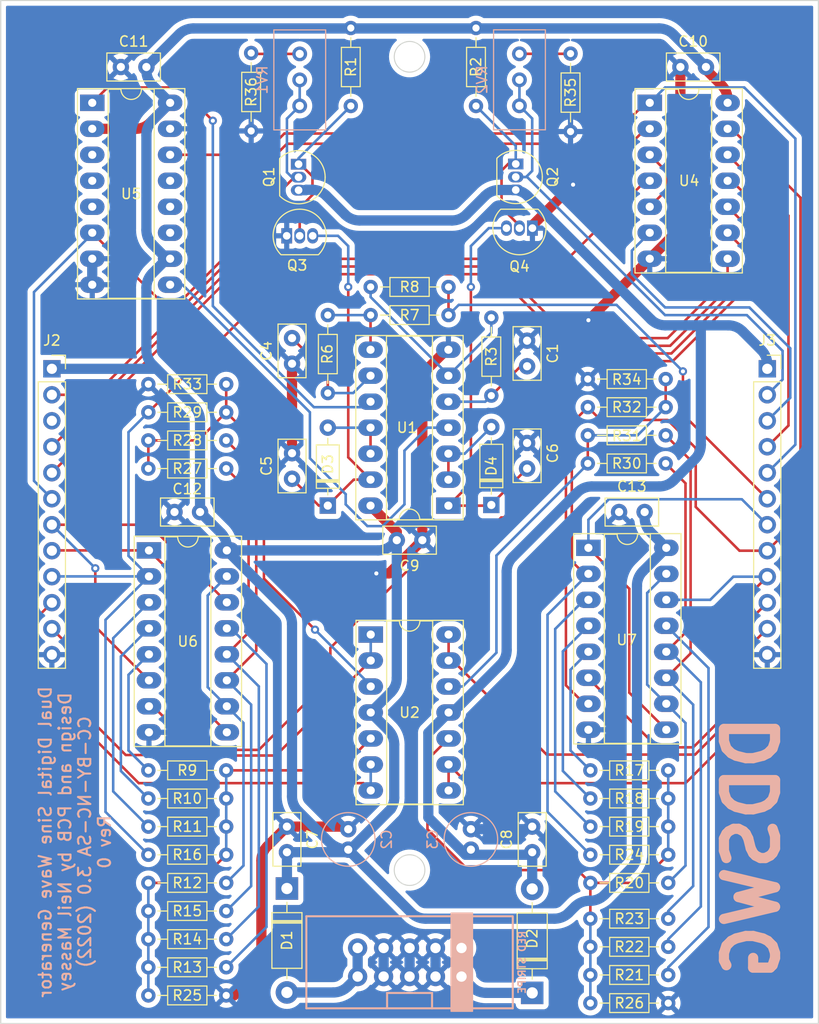
<source format=kicad_pcb>
(kicad_pcb (version 20211014) (generator pcbnew)
  (layers (0 "F.Cu" signal) (31 "B.Cu" signal) (34 "B.Paste" user) (35 "F.Paste" user) (36 "B.SilkS" user "B.Silkscreen") (37 "F.SilkS" user "F.Silkscreen") (38 "B.Mask" user) (39 "F.Mask" user) (44 "Edge.Cuts" user))
  (net 0 "")
  (net 1 "Net-(C1-Pad2)")
  (net 2 "12v")
  (net 3 "-12v")
  (net 4 "Net-(C4-Pad2)")
  (net 5 "Net-(C5-Pad2)")
  (net 6 "Net-(C6-Pad2)")
  (net 7 "Net-(D1-Pad2)")
  (net 8 "Net-(D2-Pad1)")
  (net 9 "Net-(D3-Pad2)")
  (net 10 "Net-(D4-Pad2)")
  (net 11 "Osc1")
  (net 12 "Sin1")
  (net 13 "Rung1")
  (net 14 "QA8")
  (net 15 "RM")
  (net 16 "Clk1")
  (net 17 "Rst1")
  (net 18 "D1")
  (net 19 "CV1")
  (net 20 "Osc2")
  (net 21 "Sin2")
  (net 22 "Rung2")
  (net 23 "QB8")
  (net 24 "Osc3")
  (net 25 "Clk2")
  (net 26 "Rst2")
  (net 27 "D2")
  (net 28 "CV2")
  (net 29 "Osc3sw")
  (net 30 "Net-(Q1-Pad1)")
  (net 31 "Net-(Q2-Pad1)")
  (net 32 "Net-(R3-Pad2)")
  (net 33 "Net-(R6-Pad2)")
  (net 34 "QA1")
  (net 35 "Net-(R10-Pad2)")
  (net 36 "QA2")
  (net 37 "QA3")
  (net 38 "QA4")
  (net 39 "QA5")
  (net 40 "QA6")
  (net 41 "QA7")
  (net 42 "QB1")
  (net 43 "Net-(R17-Pad2)")
  (net 44 "QB2")
  (net 45 "QB3")
  (net 46 "QB4")
  (net 47 "QB5")
  (net 48 "QB6")
  (net 49 "QB7")
  (net 50 "Net-(R27-Pad2)")
  (net 51 "Net-(R30-Pad2)")
  (net 53 "Net-(R36-Pad1)")
  (net 54 "O1")
  (net 55 "O2")
  (net 56 "Net-(U4-Pad3)")
  (net 57 "Net-(U4-Pad10)")
  (net 64 "Net-(R35-Pad1)")
  (net 65 "Net-(U4-Pad11)")
  (net 66 "GND")
  (footprint "Resistor_THT:R_Axial_DIN0204_L3.6mm_D1.6mm_P7.62mm_Horizontal" (layer "F.Cu") (at 65.31 89.75 180)
    (fp_text reference "R23")
    (fp_text value "220k")
  )
  (footprint "Capacitor_THT:C_Disc_D5.0mm_W2.5mm_P2.50mm" (layer "F.Cu") (at 19.5 50 180)
    (fp_text reference "C12")
    (fp_text value "100nF")
  )
  (footprint "Connector_PinSocket_2.54mm:PinSocket_1x12_P2.54mm_Vertical" (layer "F.Cu") (at 75 36)
    (fp_text reference "J3")
    (fp_text value "Osc2_Socket")
  )
  (footprint "Resistor_THT:R_Axial_DIN0204_L3.6mm_D1.6mm_P7.62mm_Horizontal" (layer "F.Cu") (at 14.44 40.25)
    (fp_text reference "R29")
    (fp_text value "22k")
  )
  (footprint "Resistor_THT:R_Axial_DIN0204_L3.6mm_D1.6mm_P7.62mm_Horizontal" (layer "F.Cu") (at 34.25 2.69 -90)
    (fp_text reference "R1")
    (fp_text value "2.2M")
  )
  (footprint "Resistor_THT:R_Axial_DIN0204_L3.6mm_D1.6mm_P7.62mm_Horizontal" (layer "F.Cu") (at 57.44 37)
    (fp_text reference "R34")
    (fp_text value "100k")
  )
  (footprint "Resistor_THT:R_Axial_DIN0204_L3.6mm_D1.6mm_P7.62mm_Horizontal" (layer "F.Cu") (at 65.06 42.5 180)
    (fp_text reference "R31")
    (fp_text value "47k")
  )
  (footprint "Resistor_THT:R_Axial_DIN0204_L3.6mm_D1.6mm_P7.62mm_Horizontal" (layer "F.Cu") (at 65.31 98 180)
    (fp_text reference "R26")
    (fp_text value "100k")
  )
  (footprint "Resistor_THT:R_Axial_DIN0204_L3.6mm_D1.6mm_P7.62mm_Horizontal" (layer "F.Cu") (at 22.06 91.75 180)
    (fp_text reference "R14")
    (fp_text value "150k")
  )
  (footprint "Capacitor_THT:C_Disc_D5.0mm_W2.5mm_P2.50mm" (layer "F.Cu") (at 28.5 35.5 90)
    (fp_text reference "C4")
    (fp_text value "10nF")
  )
  (footprint "Capacitor_THT:C_Disc_D5.0mm_W2.5mm_P2.50mm" (layer "F.Cu") (at 52 80.75 -90)
    (fp_text reference "C8")
    (fp_text value "100nF")
  )
  (footprint "Resistor_THT:R_Axial_DIN0204_L3.6mm_D1.6mm_P7.62mm_Horizontal" (layer "F.Cu") (at 14.44 37.5)
    (fp_text reference "R33")
    (fp_text value "100k")
  )
  (footprint "Package_DIP:DIP-16_W7.62mm_Socket_LongPads" (layer "F.Cu") (at 14.5 53.75)
    (fp_text reference "U6")
    (fp_text value "4015")
  )
  (footprint "Diode_THT:D_DO-35_SOD27_P7.62mm_Horizontal" (layer "F.Cu") (at 32 49.37 90)
    (fp_text reference "D3")
    (fp_text value "1N4148")
  )
  (footprint "Package_TO_SOT_THT:TO-92_Inline" (layer "F.Cu") (at 52.02 22.25 180)
    (fp_text reference "Q4")
    (fp_text value "2N3904")
  )
  (footprint "Diode_THT:D_DO-41_SOD81_P10.16mm_Horizontal" (layer "F.Cu") (at 28 86.8 -90)
    (fp_text reference "D1")
    (fp_text value "1N4001")
  )
  (footprint "Resistor_THT:R_Axial_DIN0204_L3.6mm_D1.6mm_P7.62mm_Horizontal" (layer "F.Cu") (at 22.06 86.25 180)
    (fp_text reference "R12")
    (fp_text value "150k")
  )
  (footprint "Resistor_THT:R_Axial_DIN0204_L3.6mm_D1.6mm_P7.62mm_Horizontal" (layer "F.Cu") (at 57.69 80.75)
    (fp_text reference "R19")
    (fp_text value "220k")
  )
  (footprint "Package_DIP:DIP-16_W7.62mm_Socket_LongPads" (layer "F.Cu") (at 8.95 10)
    (fp_text reference "U5")
    (fp_text value "4520")
  )
  (footprint "Capacitor_THT:C_Disc_D5.0mm_W2.5mm_P2.50mm" (layer "F.Cu") (at 51.5 33.25 -90)
    (fp_text reference "C1")
    (fp_text value "10nF")
  )
  (footprint "Resistor_THT:R_Axial_DIN0204_L3.6mm_D1.6mm_P7.62mm_Horizontal" (layer "F.Cu") (at 65.31 95.25 180)
    (fp_text reference "R21")
    (fp_text value "100k")
  )
  (footprint "Resistor_THT:R_Axial_DIN0204_L3.6mm_D1.6mm_P7.62mm_Horizontal" (layer "F.Cu") (at 24.5 5.13 -90)
    (fp_text reference "R36")
    (fp_text value "1.5k")
  )
  (footprint "Resistor_THT:R_Axial_DIN0204_L3.6mm_D1.6mm_P7.62mm_Horizontal" (layer "F.Cu") (at 46.5 2.69 -90)
    (fp_text reference "R2")
    (fp_text value "2.2M")
  )
  (footprint "Capacitor_THT:C_Disc_D5.0mm_W2.5mm_P2.50mm" (layer "F.Cu") (at 51.5 43.25 -90)
    (fp_text reference "C6")
    (fp_text value "10nf")
  )
  (footprint "Resistor_THT:R_Axial_DIN0204_L3.6mm_D1.6mm_P7.62mm_Horizontal" (layer "F.Cu") (at 65.31 92.5 180)
    (fp_text reference "R22")
    (fp_text value "150k")
  )
  (footprint "Resistor_THT:R_Axial_DIN0204_L3.6mm_D1.6mm_P7.62mm_Horizontal" (layer "F.Cu") (at 48 38.62 90)
    (fp_text reference "R3")
    (fp_text value "1Meg")
  )
  (footprint "Resistor_THT:R_Axial_DIN0204_L3.6mm_D1.6mm_P7.62mm_Horizontal" (layer "F.Cu") (at 14.44 80.75)
    (fp_text reference "R11")
    (fp_text value "220k")
  )
  (footprint "Diode_THT:D_DO-41_SOD81_P10.16mm_Horizontal" (layer "F.Cu") (at 52 97 90)
    (fp_text reference "D2")
    (fp_text value "1N4001")
  )
  (footprint "Resistor_THT:R_Axial_DIN0204_L3.6mm_D1.6mm_P7.62mm_Horizontal" (layer "F.Cu") (at 65.06 45.25 180)
    (fp_text reference "R30")
    (fp_text value "100k")
  )
  (footprint "Package_DIP:DIP-14_W7.62mm_Socket_LongPads" (layer "F.Cu") (at 43.8 49.375 180)
    (fp_text reference "U1")
    (fp_text value "40106")
  )
  (footprint "Resistor_THT:R_Axial_DIN0204_L3.6mm_D1.6mm_P7.62mm_Horizontal" (layer "F.Cu") (at 57.69 75.25)
    (fp_text reference "R17")
    (fp_text value "470k")
  )
  (footprint "Package_TO_SOT_THT:TO-92_Inline" (layer "F.Cu") (at 50.39 15.98 -90)
    (fp_text reference "Q2")
    (fp_text value "2N3906")
  )
  (footprint "Capacitor_THT:C_Disc_D5.0mm_W2.5mm_P2.50mm" (layer "F.Cu") (at 63 50 180)
    (fp_text reference "C13")
    (fp_text value "100nF")
  )
  (footprint "Resistor_THT:R_Axial_DIN0204_L3.6mm_D1.6mm_P7.62mm_Horizontal" (layer "F.Cu") (at 22.06 97.25 180)
    (fp_text reference "R25")
    (fp_text value "100k")
  )
  (footprint "Package_TO_SOT_THT:TO-92_Inline" (layer "F.Cu") (at 29.14 16 -90)
    (fp_text reference "Q1")
    (fp_text value "2N3906")
  )
  (footprint "Connector_PinSocket_2.54mm:PinSocket_1x12_P2.54mm_Vertical" (layer "F.Cu") (at 5 36)
    (fp_text reference "J2")
    (fp_text value "Osc1_Socket")
  )
  (footprint "Capacitor_THT:C_Disc_D5.0mm_W2.5mm_P2.50mm" (layer "F.Cu") (at 69 6.5 180)
    (fp_text reference "C10")
    (fp_text value "100nF")
  )
  (footprint "Package_TO_SOT_THT:TO-92_Inline" (layer "F.Cu") (at 27.98 23)
    (fp_text reference "Q3")
    (fp_text value "2N3904")
  )
  (footprint "Capacitor_THT:C_Disc_D5.0mm_W2.5mm_P2.50mm" (layer "F.Cu") (at 28 80.75 -90)
    (fp_text reference "C7")
    (fp_text value "100nF")
  )
  (footprint "Package_DIP:DIP-14_W7.62mm_Socket_LongPads" (layer "F.Cu") (at 63.5 10)
    (fp_text reference "U4")
    (fp_text value "4070")
  )
  (footprint "Resistor_THT:R_Axial_DIN0204_L3.6mm_D1.6mm_P7.62mm_Horizontal" (layer "F.Cu") (at 22.06 89 180)
    (fp_text reference "R15")
    (fp_text value "220k")
  )
  (footprint "Resistor_THT:R_Axial_DIN0204_L3.6mm_D1.6mm_P7.62mm_Horizontal" (layer "F.Cu") (at 14.44 78)
    (fp_text reference "R10")
    (fp_text value "330k")
  )
  (footprint "Resistor_THT:R_Axial_DIN0204_L3.6mm_D1.6mm_P7.62mm_Horizontal" (layer "F.Cu") (at 57.69 78)
    (fp_text reference "R18")
    (fp_text value "330k")
  )
  (footprint "Package_DIP:DIP-16_W7.62mm_Socket_LongPads" (layer "F.Cu") (at 57.5 53.5)
    (fp_text reference "U7")
    (fp_text value "4015")
  )
  (footprint "Resistor_THT:R_Axial_DIN0204_L3.6mm_D1.6mm_P7.62mm_Horizontal" (layer "F.Cu") (at 22.06 45.75 180)
    (fp_text reference "R27")
    (fp_text value "100k")
  )
  (footprint "Resistor_THT:R_Axial_DIN0204_L3.6mm_D1.6mm_P7.62mm_Horizontal" (layer "F.Cu") (at 55.75 5.19 -90)
    (fp_text reference "R35")
    (fp_text value "1.5k")
  )
  (footprint "Resistor_THT:R_Axial_DIN0204_L3.6mm_D1.6mm_P7.62mm_Horizontal" (layer "F.Cu") (at 22.06 43 180)
    (fp_text reference "R28")
    (fp_text value "47k")
  )
  (footprint "Diode_THT:D_DO-35_SOD27_P7.62mm_Horizontal" (layer "F.Cu") (at 48 49.31 90)
    (fp_text reference "D4")
    (fp_text value "1N4148")
  )
  (footprint "Resistor_THT:R_Axial_DIN0204_L3.6mm_D1.6mm_P7.62mm_Horizontal" (layer "F.Cu") (at 14.44 75.25)
    (fp_text reference "R9")
    (fp_text value "470k")
  )
  (footprint "Resistor_THT:R_Axial_DIN0204_L3.6mm_D1.6mm_P7.62mm_Horizontal" (layer "F.Cu") (at 14.44 83.5)
    (fp_text reference "R16")
    (fp_text value "330k")
  )
  (footprint "Capacitor_THT:C_Disc_D5.0mm_W2.5mm_P2.50mm" (layer "F.Cu") (at 28.5 44.25 -90)
    (fp_text reference "C5")
    (fp_text value "10nF")
  )
  (footprint "Capacitor_THT:C_Disc_D5.0mm_W2.5mm_P2.50mm" (layer "F.Cu") (at 38.75 52.75)
    (fp_text reference "C9")
    (fp_text value "100nF")
  )
  (footprint "Resistor_THT:R_Axial_DIN0204_L3.6mm_D1.6mm_P7.62mm_Horizontal" (layer "F.Cu") (at 32 38.37 90)
    (fp_text reference "R6")
    (fp_text value "330k")
  )
  (footprint "Resistor_THT:R_Axial_DIN0204_L3.6mm_D1.6mm_P7.62mm_Horizontal" (layer "F.Cu") (at 36.19 28)
    (fp_text reference "R8")
    (fp_text value "100k")
  )
  (footprint "Resistor_THT:R_Axial_DIN0204_L3.6mm_D1.6mm_P7.62mm_Horizontal" (layer "F.Cu") (at 57.44 39.75)
    (fp_text reference "R32")
    (fp_text value "22k")
  )
  (footprint "Capacitor_THT:C_Disc_D5.0mm_W2.5mm_P2.50mm" (layer "F.Cu") (at 14.25 6.5 180)
    (fp_text reference "C11")
    (fp_text value "100nF")
  )
  (footprint "Resistor_THT:R_Axial_DIN0204_L3.6mm_D1.6mm_P7.62mm_Horizontal" (layer "F.Cu") (at 57.69 83.5)
    (fp_text reference "R24")
    (fp_text value "330k")
  )
  (footprint "Package_DIP:DIP-14_W7.62mm_Socket_LongPads" (layer "F.Cu") (at 36.2 61.975)
    (fp_text reference "U2")
    (fp_text value "TL074")
  )
  (footprint "Resistor_THT:R_Axial_DIN0204_L3.6mm_D1.6mm_P7.62mm_Horizontal" (layer "F.Cu") (at 65.31 86.25 180)
    (fp_text reference "R20")
    (fp_text value "150k")
  )
  (footprint "Resistor_THT:R_Axial_DIN0204_L3.6mm_D1.6mm_P7.62mm_Horizontal" (layer "F.Cu") (at 36.19 30.75)
    (fp_text reference "R7")
    (fp_text value "100k")
  )
  (footprint "Resistor_THT:R_Axial_DIN0204_L3.6mm_D1.6mm_P7.62mm_Horizontal" (layer "F.Cu") (at 22.06 94.5 180)
    (fp_text reference "R13")
    (fp_text value "100k")
  )
  (footprint "Capacitor_THT:C_Radial_D5.0mm_H11.0mm_P2.00mm" (layer "B.Cu") (at 34 83 90)
    (fp_text reference "C2")
    (fp_text value "10uF")
  )
  (footprint "Potentiometer_THT:Potentiometer_Bourns_3296W_Vertical" (layer "B.Cu") (at 50.75 10.29 -90)
    (fp_text reference "RV2")
    (fp_text value "1k")
  )
  (footprint "Potentiometer_THT:Potentiometer_Bourns_3296W_Vertical" (layer "B.Cu") (at 29.25 10.3 -90)
    (fp_text reference "RV1")
    (fp_text value "1k")
  )
  (footprint "Capacitor_THT:C_Radial_D5.0mm_H11.0mm_P2.00mm" (layer "B.Cu") (at 46 81 -90)
    (fp_text reference "C3")
    (fp_text value "10uF")
  )
  (footprint "winterbloom:Eurorack_Power_2x5_Shrouded" (layer "B.Cu") (at 45.08 95.407 180)
    (fp_text reference "J1" hide)
    (fp_text value "Eurorack_Power" hide)
  )
  (gr_circle (center 40 85) (end 38.5 85) (layer "Edge.Cuts") (width 0.1) (fill none))
  (gr_circle (center 40 5.5) (end 41.5 5.5) (layer "Edge.Cuts") (width 0.1) (fill none))
  (gr_rect (start 0 0) (end 80 100) (layer "Edge.Cuts") (width 0.1) (fill none))
  (gr_text "DDSWG" (at 73.5 82.75 90) (layer "B.SilkS") (effects (font (size 5 5) (thickness 1)) (justify mirror)))
  (gr_text "Dual Digital Sine Wave Generator\nDesign and PCB by Neil Massey\nCC-BY-NC-SA 3.0 (2022)\nRev 0" (at 7.25 82.25 90) (layer "B.SilkS") (effects (font (size 1.2 1.2) (thickness 0.2)) (justify mirror)))
  (segment (start 50.87 35.75) (end 51.5 35.75) (width 0.25) (layer "F.Cu") (net 1))
  (segment (start 48 38.62) (end 50.87 35.75) (width 0.25) (layer "F.Cu") (net 1))
  (segment (start 43.8 39.215) (end 47.405 39.215) (width 0.25) (layer "B.Cu") (net 1))
  (segment (start 47.405 39.215) (end 48 38.62) (width 0.25) (layer "B.Cu") (net 1))
  (segment (start 13.201573 12.54) (end 8.95 12.54) (width 1) (layer "F.Cu") (net 2))
  (segment (start 16.57 10) (end 14.615786 11.954214) (width 1) (layer "F.Cu") (net 2))
  (segment (start 38.75 51.945) (end 36.18 49.375) (width 1) (layer "F.Cu") (net 2))
  (segment (start 68.75 6.5) (end 70.534214 8.284214) (width 1) (layer "F.Cu") (net 2))
  (segment (start 38.75 52.75) (end 38.75 51.945) (width 1) (layer "F.Cu") (net 2))
  (segment (start 71.12 9.698427) (end 71.12 10) (width 1) (layer "F.Cu") (net 2))
  (segment (start 69 6.5) (end 68.75 6.5) (width 1) (layer "F.Cu") (net 2))
  (arc (start 13.201573 12.54) (mid 13.96694 12.387759) (end 14.615786 11.954214) (width 1) (layer "F.Cu") (net 2))
  (arc (start 71.12 9.698427) (mid 70.967759 8.93306) (end 70.534214 8.284214) (width 1) (layer "F.Cu") (net 2))
  (segment (start 14.835787 8.265787) (end 16.57 10) (width 1) (layer "B.Cu") (net 2))
  (segment (start 41.578427 89.75) (end 54.171573 89.75) (width 1) (layer "B.Cu") (net 2))
  (segment (start 16.57 25.24) (end 16.24 25.24) (width 1) (layer "B.Cu") (net 2))
  (segment (start 14.25 34.171573) (end 14.25 28.078427) (width 1) (layer "B.Cu") (net 2))
  (segment (start 21.534213 52.034213) (end 19.5 50) (width 1) (layer "B.Cu") (net 2))
  (segment (start 63 50.551573) (end 63 50) (width 1) (layer "B.Cu") (net 2))
  (segment (start 34.25 82.94875) (end 38.164795 79.033955) (width 1) (layer "B.Cu") (net 2))
  (segment (start 38.5 77.921573) (end 38.5 72.723427) (width 1) (layer "B.Cu") (net 2))
  (segment (start 33.75 83.25) (end 34 83) (width 1) (layer "B.Cu") (net 2))
  (segment (start 28.5 77.802943) (end 28.5 60.958427) (width 1) (layer "B.Cu") (net 2))
  (segment (start 34 83) (end 40.164214 89.164214) (width 1) (layer "B.Cu") (net 2))
  (segment (start 14.25 22.421573) (end 14.25 13.148427) (width 1) (layer "B.Cu") (net 2))
  (segment (start 34 83) (end 34.25 83) (width 1) (layer "B.Cu") (net 2))
  (segment (start 18.914213 39.664213) (end 15.25 36) (width 1) (layer "B.Cu") (net 2))
  (segment (start 65.12 53.5) (end 63.585786 51.965786) (width 1) (layer "B.Cu") (net 2))
  (segment (start 14.835787 11.734213) (end 16.57 10) (width 1) (layer "B.Cu") (net 2))
  (segment (start 16.26 25.24) (end 16.57 25.24) (width 1) (layer "B.Cu") (net 2))
  (segment (start 37.914213 71.309213) (end 36.2 69.595) (width 1) (layer "B.Cu") (net 2))
  (segment (start 14.25 6.5) (end 14.25 6.851573) (width 1) (layer "B.Cu") (net 2))
  (segment (start 62.25 83.421573) (end 62.25 57.198427) (width 1) (layer "B.Cu") (net 2))
  (segment (start 18.847938 2.730489) (end 64.402062 2.730489) (width 1) (layer "B.Cu") (net 2))
  (segment (start 65.816276 3.316276) (end 69 6.5) (width 1) (layer "B.Cu") (net 2))
  (segment (start 38.75 66.216573) (end 38.75 52.75) (width 1) (layer "B.Cu") (net 2))
  (segment (start 34.25 83) (end 34.25 82.94875) (width 1) (layer "B.Cu") (net 2))
  (segment (start 22.12 53.75) (end 36.921573 53.75) (width 1) (layer "B.Cu") (net 2))
  (segment (start 32.068632 82.200002) (end 29.085786 79.217156) (width 1) (layer "B.Cu") (net 2))
  (segment (start 16.24 25.24) (end 14.835786 23.835786) (width 1) (layer "B.Cu") (net 2))
  (segment (start 15.25 36) (end 14.835786 35.585786) (width 1) (layer "B.Cu") (net 2))
  (segment (start 38.335787 53.164213) (end 38.75 52.75) (width 1) (layer "B.Cu") (net 2))
  (segment (start 28 86.8) (end 28 83.25) (width 1) (layer "B.Cu") (net 2))
  (segment (start 55.585787 89.164213) (end 56.164214 88.585786) (width 1) (layer "B.Cu") (net 2))
  (segment (start 62.835787 55.784213) (end 65.12 53.5) (width 1) (layer "B.Cu") (net 2))
  (segment (start 22.12 53.75) (end 22.12 53.448427) (width 1) (layer "B.Cu") (net 2))
  (segment (start 14.25 6.5) (end 17.433725 3.316275) (width 1) (layer "B.Cu") (net 2))
  (segment (start 15.25 36) (end 5 36) (width 1) (layer "B.Cu") (net 2))
  (segment (start 14.835787 26.664213) (end 16.26 25.24) (width 1) (layer "B.Cu") (net 2))
  (segment (start 59.085787 87.414213) (end 61.664214 84.835786) (width 1) (layer "B.Cu") (net 2))
  (segment (start 27.914213 59.544213) (end 22.12 53.75) (width 1) (layer "B.Cu") (net 2))
  (segment (start 28 83.25) (end 33.75 83.25) (width 1) (layer "B.Cu") (net 2))
  (segment (start 57.578427 88) (end 57.671573 88) (width 1) (layer "B.Cu") (net 2))
  (segment (start 36.2 69.595) (end 38.164214 67.630786) (width 1) (layer "B.Cu") (net 2))
  (segment (start 19.5 50) (end 19.5 41.078427) (width 1) (layer "B.Cu") (net 2))
  (arc (start 14.25 34.171573) (mid 14.402241 34.93694) (end 14.835786 35.585786) (width 1) (layer "B.Cu") (net 2))
  (arc (start 28.5 77.802943) (mid 28.652241 78.56831) (end 29.085786 79.217156) (width 1) (layer "B.Cu") (net 2))
  (arc (start 61.664214 84.835786) (mid 62.097759 84.18694) (end 62.25 83.421573) (width 1) (layer "B.Cu") (net 2))
  (arc (start 38.5 72.723427) (mid 38.347759 71.95806) (end 37.914213 71.309213) (width 1) (layer "B.Cu") (net 2))
  (arc (start 38.164795 79.033955) (mid 38.413888 78.502146) (end 38.5 77.921573) (width 1) (layer "B.Cu") (net 2))
  (arc (start 22.12 53.448427) (mid 21.967759 52.68306) (end 21.534213 52.034213) (width 1) (layer "B.Cu") (net 2))
  (arc (start 62.25 57.198427) (mid 62.402241 56.43306) (end 62.835787 55.784213) (width 1) (layer "B.Cu") (net 2))
  (arc (start 40.164214 89.164214) (mid 40.813055 89.597768) (end 41.578427 89.75) (width 1) (layer "B.Cu") (net 2))
  (arc (start 57.671573 88) (mid 58.43694 87.847759) (end 59.085787 87.414213) (width 1) (layer "B.Cu") (net 2))
  (arc (start 17.433725 3.316275) (mid 18.082571 2.88273) (end 18.847938 2.730489) (width 1) (layer "B.Cu") (net 2))
  (arc (start 19.5 41.078427) (mid 19.347759 40.31306) (end 18.914213 39.664213) (width 1) (layer "B.Cu") (net 2))
  (arc (start 34 83) (mid 32.95475 82.792087) (end 32.068632 82.200002) (width 1) (layer "B.Cu") (net 2))
  (arc (start 14.835786 23.835786) (mid 14.402241 23.18694) (end 14.25 22.421573) (width 1) (layer "B.Cu") (net 2))
  (arc (start 27.914213 59.544213) (mid 28.347759 60.19306) (end 28.5 60.958427) (width 1) (layer "B.Cu") (net 2))
  (arc (start 56.164214 88.585786) (mid 56.81306 88.152241) (end 57.578427 88) (width 1) (layer "B.Cu") (net 2))
  (arc (start 63.585786 51.965786) (mid 63.152241 51.31694) (end 63 50.551573) (width 1) (layer "B.Cu") (net 2))
  (arc (start 14.835787 26.664213) (mid 14.402241 27.31306) (end 14.25 28.078427) (width 1) (layer "B.Cu") (net 2))
  (arc (start 64.402062 2.730489) (mid 65.167429 2.88273) (end 65.816276 3.316276) (width 1) (layer "B.Cu") (net 2))
  (arc (start 14.835787 8.265787) (mid 14.402241 7.61694) (end 14.25 6.851573) (width 1) (layer "B.Cu") (net 2))
  (arc (start 14.835787 11.734213) (mid 14.402241 12.38306) (end 14.25 13.148427) (width 1) (layer "B.Cu") (net 2))
  (arc (start 38.335787 53.164213) (mid 37.68694 53.597759) (end 36.921573 53.75) (width 1) (layer "B.Cu") (net 2))
  (arc (start 38.164214 67.630786) (mid 38.597759 66.98194) (end 38.75 66.216573) (width 1) (layer "B.Cu") (net 2))
  (arc (start 54.171573 89.75) (mid 54.93694 89.597759) (end 55.585787 89.164213) (width 1) (layer "B.Cu") (net 2))
  (segment (start 75 35.578427) (end 75 36) (width 1) (layer "B.Cu") (net 3))
  (segment (start 67.914213 44.835787) (end 65.835786 46.914214) (width 1) (layer "B.Cu") (net 3))
  (segment (start 52 83.25) (end 52 86.84) (width 1) (layer "B.Cu") (net 3))
  (segment (start 65.022449 31.75) (end 71.171573 31.75) (width 1) (layer "B.Cu") (net 3))
  (segment (start 44.22 69.595) (end 43.82 69.595) (width 1) (layer "B.Cu") (net 3))
  (segment (start 56.414213 48.085787) (end 50.085786 54.414214) (width 1) (layer "B.Cu") (net 3))
  (segment (start 35.098427 21.5) (end 44.151573 21.5) (width 1) (layer "B.Cu") (net 3))
  (segment (start 31.855787 19.085787) (end 33.684214 20.914214) (width 1) (layer "B.Cu") (net 3))
  (segment (start 45.565787 20.914213) (end 47.374214 19.105786) (width 1) (layer "B.Cu") (net 3))
  (segment (start 51.75 83.5) (end 52 83.25) (width 1) (layer "B.Cu") (net 3))
  (segment (start 29.840874 18.54) (end 29.880874 18.5) (width 1) (layer "B.Cu") (net 3))
  (segment (start 64.421573 47.5) (end 57.828427 47.5) (width 1) (layer "B.Cu") (net 3))
  (segment (start 41.835205 71.579795) (end 41.835205 79.854227) (width 1) (layer "B.Cu") (net 3))
  (segment (start 43.82 69.595) (end 41.835205 71.579795) (width 1) (layer "B.Cu") (net 3))
  (segment (start 41.835205 79.854227) (end 45.480978 83.5) (width 1) (layer "B.Cu") (net 3))
  (segment (start 48.914213 64.900787) (end 44.22 69.595) (width 1) (layer "B.Cu") (net 3))
  (segment (start 29.14 18.54) (end 29.840874 18.54) (width 1) (layer "B.Cu") (net 3))
  (segment (start 72.585787 32.335787) (end 74.414214 34.164214) (width 1) (layer "B.Cu") (net 3))
  (segment (start 29.880874 18.5) (end 30.441573 18.5) (width 1) (layer "B.Cu") (net 3))
  (segment (start 68.5 31.75) (end 68.5 43.421573) (width 1) (layer "B.Cu") (net 3))
  (segment (start 48.788427 18.52) (end 50.135595 18.52) (width 1) (layer "B.Cu") (net 3))
  (segment (start 45.480978 83.5) (end 51.75 83.5) (width 1) (layer "B.Cu") (net 3))
  (segment (start 51.549809 19.105787) (end 63.608236 31.164214) (width 1) (layer "B.Cu") (net 3))
  (segment (start 49.5 55.828427) (end 49.5 63.486573) (width 1) (layer "B.Cu") (net 3))
  (arc (start 49.5 63.486573) (mid 49.347759 64.25194) (end 48.914213 64.900787) (width 1) (layer "B.Cu") (net 3))
  (arc (start 68.5 43.421573) (mid 68.347759 44.18694) (end 67.914213 44.835787) (width 1) (layer "B.Cu") (net 3))
  (arc (start 56.414213 48.085787) (mid 57.06306 47.652241) (end 57.828427 47.5) (width 1) (layer "B.Cu") (net 3))
  (arc (start 63.608236 31.164214) (mid 64.257082 31.597759) (end 65.022449 31.75) (width 1) (layer "B.Cu") (net 3))
  (arc (start 50.135595 18.52) (mid 50.900962 18.672241) (end 51.549809 19.105787) (width 1) (layer "B.Cu") (net 3))
  (arc (start 30.441573 18.5) (mid 31.20694 18.652241) (end 31.855787 19.085787) (width 1) (layer "B.Cu") (net 3))
  (arc (start 64.421573 47.5) (mid 65.18694 47.347759) (end 65.835786 46.914214) (width 1) (layer "B.Cu") (net 3))
  (arc (start 35.098427 21.5) (mid 34.33306 21.347759) (end 33.684214 20.914214) (width 1) (layer "B.Cu") (net 3))
  (arc (start 74.414214 34.164214) (mid 74.847759 34.81306) (end 75 35.578427) (width 1) (layer "B.Cu") (net 3))
  (arc (start 49.5 55.828427) (mid 49.652241 55.06306) (end 50.085786 54.414214) (width 1) (layer "B.Cu") (net 3))
  (arc (start 48.788427 18.52) (mid 48.02306 18.672241) (end 47.374214 19.105786) (width 1) (layer "B.Cu") (net 3))
  (arc (start 44.151573 21.5) (mid 44.91694 21.347759) (end 45.565787 20.914213) (width 1) (layer "B.Cu") (net 3))
  (arc (start 72.585787 32.335787) (mid 71.93694 31.902241) (end 71.171573 31.75) (width 1) (layer "B.Cu") (net 3))
  (segment (start 32 36.5) (end 28.5 33) (width 0.25) (layer "F.Cu") (net 4))
  (segment (start 32 38.37) (end 32 36.5) (width 0.25) (layer "F.Cu") (net 4))
  (segment (start 34.485 38.37) (end 36.18 36.675) (width 0.25) (layer "B.Cu") (net 4))
  (segment (start 32 38.37) (end 34.485 38.37) (width 0.25) (layer "B.Cu") (net 4))
  (segment (start 32 49.37) (end 31.12 49.37) (width 0.25) (layer "F.Cu") (net 5))
  (segment (start 34.535 46.835) (end 32 49.37) (width 0.25) (layer "F.Cu") (net 5))
  (segment (start 34 44.655) (end 34 28) (width 0.25) (layer "F.Cu") (net 5))
  (segment (start 36.18 46.835) (end 34 44.655) (width 0.25) (layer "F.Cu") (net 5))
  (segment (start 31.12 49.37) (end 28.5 46.75) (width 0.25) (layer "F.Cu") (net 5))
  (segment (start 36.18 46.835) (end 34.535 46.835) (width 0.25) (layer "F.Cu") (net 5))
  (via (at 34 28) (size 0.8) (drill 0.4) (layers "F.Cu" "B.Cu") (net 5))
  (segment (start 33 23) (end 30.52 23) (width 0.25) (layer "B.Cu") (net 5))
  (segment (start 34 24) (end 34 28) (width 0.25) (layer "B.Cu") (net 5))
  (segment (start 34 24) (end 33 23) (width 0.25) (layer "B.Cu") (net 5))
  (segment (start 48 49.31) (end 48 49.25) (width 0.25) (layer "F.Cu") (net 6))
  (segment (start 43.8 49.375) (end 47.935 49.375) (width 0.25) (layer "F.Cu") (net 6))
  (segment (start 46 47.175) (end 46 28) (width 0.25) (layer "F.Cu") (net 6))
  (segment (start 47.935 49.375) (end 48 49.31) (width 0.25) (layer "F.Cu") (net 6))
  (segment (start 48 49.25) (end 51.5 45.75) (width 0.25) (layer "F.Cu") (net 6))
  (segment (start 43.8 49.375) (end 46 47.175) (width 0.25) (layer "F.Cu") (net 6))
  (via (at 46 28) (size 0.8) (drill 0.4) (layers "F.Cu" "B.Cu") (net 6))
  (segment (start 46 24) (end 46 28) (width 0.25) (layer "B.Cu") (net 6))
  (segment (start 46 24) (end 47.75 22.25) (width 0.25) (layer "B.Cu") (net 6))
  (segment (start 47.75 22.25) (end 49.48 22.25) (width 0.25) (layer "B.Cu") (net 6))
  (segment (start 33.952787 96.374213) (end 34.92 95.407) (width 1) (layer "B.Cu") (net 7))
  (segment (start 34.92 92.613) (end 34.92 95.407) (width 1) (layer "B.Cu") (net 7))
  (segment (start 28 96.96) (end 32.538573 96.96) (width 1) (layer "B.Cu") (net 7))
  (arc (start 33.952787 96.374213) (mid 33.30394 96.807759) (end 32.538573 96.96) (width 1) (layer "B.Cu") (net 7))
  (segment (start 45.08 95.407) (end 45.08 92.613) (width 1) (layer "B.Cu") (net 8))
  (segment (start 52 97) (end 47.501427 97) (width 1) (layer "B.Cu") (net 8))
  (segment (start 46.087213 96.414213) (end 45.08 95.407) (width 1) (layer "B.Cu") (net 8))
  (arc (start 47.501427 97) (mid 46.73606 96.847759) (end 46.087213 96.414213) (width 1) (layer "B.Cu") (net 8))
  (segment (start 36.18 44.295) (end 36.18 41.755) (width 0.25) (layer "F.Cu") (net 9))
  (segment (start 36.18 41.755) (end 32.005 41.755) (width 0.25) (layer "B.Cu") (net 9))
  (segment (start 43.8 46.835) (end 43.8 44.295) (width 0.25) (layer "F.Cu") (net 10))
  (segment (start 43.8 44.295) (end 45.395 44.295) (width 0.25) (layer "B.Cu") (net 10))
  (segment (start 45.395 44.295) (end 48 41.69) (width 0.25) (layer "B.Cu") (net 10))
  (segment (start 53.25 14) (end 28 14) (width 0.25) (layer "F.Cu") (net 11))
  (segment (start 63.5 12.54) (end 63.1 12.54) (width 0.25) (layer "F.Cu") (net 11))
  (segment (start 28 14) (end 23.25 18.75) (width 0.25) (layer "F.Cu") (net 11))
  (segment (start 23.25 23.75) (end 17.75 29.25) (width 0.25) (layer "F.Cu") (net 11))
  (segment (start 63.1 12.54) (end 60.14 15.5) (width 0.25) (layer "F.Cu") (net 11))
  (segment (start 23.25 18.75) (end 23.25 23.75) (width 0.25) (layer "F.Cu") (net 11))
  (segment (start 17.75 29.25) (end 15.5 29.25) (width 0.25) (layer "F.Cu") (net 11))
  (segment (start 15.5 29.25) (end 8.95 22.7) (width 0.25) (layer "F.Cu") (net 11))
  (segment (start 60.14 15.5) (end 54.75 15.5) (width 0.25) (layer "F.Cu") (net 11))
  (segment (start 54.75 15.5) (end 53.25 14) (width 0.25) (layer "F.Cu") (net 11))
  (segment (start 5 48.7) (end 3.25 46.95) (width 0.25) (layer "B.Cu") (net 11))
  (segment (start 3.25 46.95) (end 3.25 28.5) (width 0.25) (layer "B.Cu") (net 11))
  (segment (start 3.25 28.5) (end 8.95 22.8) (width 0.25) (layer "B.Cu") (net 11))
  (segment (start 8.95 22.8) (end 8.95 22.7) (width 0.25) (layer "B.Cu") (net 11))
  (segment (start 3.5 66.5) (end 3.5 60.36) (width 0.25) (layer "F.Cu") (net 12))
  (segment (start 36.2 77.215) (end 35.485 76.5) (width 0.25) (layer "F.Cu") (net 12))
  (segment (start 3.5 60.36) (end 5 58.86) (width 0.25) (layer "F.Cu") (net 12))
  (segment (start 35.485 76.5) (end 13.5 76.5) (width 0.25) (layer "F.Cu") (net 12))
  (segment (start 13.5 76.5) (end 3.5 66.5) (width 0.25) (layer "F.Cu") (net 12))
  (segment (start 36.2 77.215) (end 36.2 74.675) (width 0.25) (layer "B.Cu") (net 12))
  (segment (start 7.5 69.024614) (end 12.225386 73.75) (width 0.25) (layer "F.Cu") (net 13))
  (segment (start 12.225386 73.75) (end 18.882874 73.75) (width 0.25) (layer "F.Cu") (net 13))
  (segment (start 18.932386 73.799511) (end 26.915489 73.799511) (width 0.25) (layer "F.Cu") (net 13))
  (segment (start 26.915489 73.799511) (end 36.2 64.515) (width 0.25) (layer "F.Cu") (net 13))
  (segment (start 5 61.4) (end 7.5 63.9) (width 0.25) (layer "F.Cu") (net 13))
  (segment (start 7.5 63.9) (end 7.5 69.024614) (width 0.25) (layer "F.Cu") (net 13))
  (segment (start 18.882874 73.75) (end 18.932386 73.799511) (width 0.25) (layer "F.Cu") (net 13))
  (segment (start 36.2 64.515) (end 36.2 61.975) (width 0.25) (layer "B.Cu") (net 13))
  (segment (start 73 26.25) (end 73 24.58) (width 0.25) (layer "F.Cu") (net 14))
  (segment (start 14.44 40.25) (end 27.94 26.75) (width 0.25) (layer "F.Cu") (net 14))
  (segment (start 48.5 26.75) (end 55.5 33.75) (width 0.25) (layer "F.Cu") (net 14))
  (segment (start 55.5 33.75) (end 65.5 33.75) (width 0.25) (layer "F.Cu") (net 14))
  (segment (start 65.5 33.75) (end 73 26.25) (width 0.25) (layer "F.Cu") (net 14))
  (segment (start 27.94 26.75) (end 48.5 26.75) (width 0.25) (layer "F.Cu") (net 14))
  (segment (start 73 24.58) (end 71.12 22.7) (width 0.25) (layer "F.Cu") (net 14))
  (segment (start 14.5 56.29) (end 5.03 56.29) (width 0.25) (layer "B.Cu") (net 14))
  (segment (start 10.25 79.31) (end 14.44 83.5) (width 0.25) (layer "B.Cu") (net 14))
  (segment (start 14.5 56.29) (end 12.5 54.29) (width 0.25) (layer "B.Cu") (net 14))
  (segment (start 12.5 42.19) (end 14.44 40.25) (width 0.25) (layer "B.Cu") (net 14))
  (segment (start 10.25 60.54) (end 10.25 79.31) (width 0.25) (layer "B.Cu") (net 14))
  (segment (start 12.5 54.29) (end 12.5 42.19) (width 0.25) (layer "B.Cu") (net 14))
  (segment (start 14.5 56.29) (end 10.25 60.54) (width 0.25) (layer "B.Cu") (net 14))
  (segment (start 63.1 17.62) (end 55.47 25.25) (width 0.25) (layer "F.Cu") (net 15))
  (segment (start 23.37 25.25) (end 5 43.62) (width 0.25) (layer "F.Cu") (net 15))
  (segment (start 63.5 17.62) (end 63.1 17.62) (width 0.25) (layer "F.Cu") (net 15))
  (segment (start 55.47 25.25) (end 23.37 25.25) (width 0.25) (layer "F.Cu") (net 15))
  (segment (start 14.5 53.75) (end 18.25 57.5) (width 0.25) (layer "F.Cu") (net 16))
  (segment (start 5.03 53.75) (end 5 53.78) (width 0.25) (layer "F.Cu") (net 16))
  (segment (start 18.25 57.5) (end 18.25 67.66) (width 0.25) (layer "F.Cu") (net 16))
  (segment (start 14.5 53.75) (end 5.03 53.75) (width 0.25) (layer "F.Cu") (net 16))
  (segment (start 18.25 67.66) (end 22.12 71.53) (width 0.25) (layer "F.Cu") (net 16))
  (segment (start 9.25 61.2) (end 9.25 55.5) (width 0.25) (layer "F.Cu") (net 17))
  (segment (start 22.12 58.83) (end 14.53 51.24) (width 0.25) (layer "F.Cu") (net 17))
  (segment (start 14.5 66.45) (end 9.25 61.2) (width 0.25) (layer "F.Cu") (net 17))
  (segment (start 14.53 51.24) (end 5 51.24) (width 0.25) (layer "F.Cu") (net 17))
  (via (at 9.25 55.5) (size 0.8) (drill 0.4) (layers "F.Cu" "B.Cu") (net 17))
  (segment (start 5 51.24) (end 9.25 55.49) (width 0.25) (layer "B.Cu") (net 17))
  (segment (start 9.25 55.49) (end 9.25 55.5) (width 0.25) (layer "B.Cu") (net 17))
  (segment (start 71.12 27.13) (end 71.12 25.24) (width 0.25) (layer "F.Cu") (net 18))
  (segment (start 5 46.16) (end 11 40.16) (width 0.25) (layer "F.Cu") (net 18))
  (segment (start 23.5 26) (end 48.75 26) (width 0.25) (layer "F.Cu") (net 18))
  (segment (start 11 38.5) (end 23.5 26) (width 0.25) (layer "F.Cu") (net 18))
  (segment (start 65.25 33) (end 71.12 27.13) (width 0.25) (layer "F.Cu") (net 18))
  (segment (start 11 40.16) (end 11 38.5) (width 0.25) (layer "F.Cu") (net 18))
  (segment (start 55.75 33) (end 65.25 33) (width 0.25) (layer "F.Cu") (net 18))
  (segment (start 48.75 26) (end 55.75 33) (width 0.25) (layer "F.Cu") (net 18))
  (segment (start 28.73 17.27) (end 29.14 17.27) (width 0.25) (layer "F.Cu") (net 19))
  (segment (start 27.5 18.5) (end 28.73 17.27) (width 0.25) (layer "F.Cu") (net 19))
  (segment (start 5 38.54) (end 9.21 38.54) (width 0.25) (layer "F.Cu") (net 19))
  (segment (start 27.5 20.25) (end 27.5 18.5) (width 0.25) (layer "F.Cu") (net 19))
  (segment (start 9.21 38.54) (end 27.5 20.25) (width 0.25) (layer "F.Cu") (net 19))
  (segment (start 28 16.784022) (end 28.485978 17.27) (width 0.25) (layer "B.Cu") (net 19))
  (segment (start 28 11.55) (end 28 16.784022) (width 0.25) (layer "B.Cu") (net 19))
  (segment (start 29.25 10.3) (end 29.25 7.76) (width 0.25) (layer "B.Cu") (net 19))
  (segment (start 28.485978 17.27) (end 29.14 17.27) (width 0.25) (layer "B.Cu") (net 19))
  (segment (start 29.25 10.3) (end 28 11.55) (width 0.25) (layer "B.Cu") (net 19))
  (segment (start 53.5 13) (end 55 14.5) (width 0.25) (layer "F.Cu") (net 20))
  (segment (start 25.67 15.08) (end 27.75 13) (width 0.25) (layer "F.Cu") (net 20))
  (segment (start 16.57 15.08) (end 25.67 15.08) (width 0.25) (layer "F.Cu") (net 20))
  (segment (start 63.1 10) (end 63.5 10) (width 0.25) (layer "F.Cu") (net 20))
  (segment (start 55 14.5) (end 58.6 14.5) (width 0.25) (layer "F.Cu") (net 20))
  (segment (start 27.75 13) (end 53.5 13) (width 0.25) (layer "F.Cu") (net 20))
  (segment (start 58.6 14.5) (end 63.1 10) (width 0.25) (layer "F.Cu") (net 20))
  (segment (start 65 8.5) (end 72.75 8.5) (width 0.25) (layer "B.Cu") (net 20))
  (segment (start 63.5 10) (end 65 8.5) (width 0.25) (layer "B.Cu") (net 20))
  (segment (start 77.75 13.5) (end 77.75 43.41) (width 0.25) (layer "B.Cu") (net 20))
  (segment (start 77.75 43.41) (end 75 46.16) (width 0.25) (layer "B.Cu") (net 20))
  (segment (start 72.75 8.5) (end 77.75 13.5) (width 0.25) (layer "B.Cu") (net 20))
  (segment (start 43.82 74.675) (end 43.82 77.215) (width 0.25) (layer "F.Cu") (net 21))
  (segment (start 72.909022 63.490978) (end 75 61.4) (width 0.25) (layer "F.Cu") (net 21))
  (segment (start 45.645 76.5) (end 67 76.5) (width 0.25) (layer "F.Cu") (net 21))
  (segment (start 43.82 74.675) (end 45.645 76.5) (width 0.25) (layer "F.Cu") (net 21))
  (segment (start 67 76.5) (end 72.909022 70.590978) (width 0.25) (layer "F.Cu") (net 21))
  (segment (start 72.909022 70.590978) (end 72.909022 63.490978) (width 0.25) (layer "F.Cu") (net 21))
  (segment (start 72.25 61.61) (end 75 58.86) (width 0.25) (layer "F.Cu") (net 22))
  (segment (start 72.25 69.399846) (end 72.25 61.61) (width 0.25) (layer "F.Cu") (net 22))
  (segment (start 44.22 64.515) (end 53.414511 73.709511) (width 0.25) (layer "F.Cu") (net 22))
  (segment (start 53.414511 73.709511) (end 67.940335 73.709511) (width 0.25) (layer "F.Cu") (net 22))
  (segment (start 43.82 61.975) (end 43.82 64.515) (width 0.25) (layer "F.Cu") (net 22))
  (segment (start 43.82 64.515) (end 44.22 64.515) (width 0.25) (layer "F.Cu") (net 22))
  (segment (start 67.940335 73.709511) (end 72.25 69.399846) (width 0.25) (layer "F.Cu") (net 22))
  (segment (start 72.28 53.78) (end 75 53.78) (width 0.25) (layer "F.Cu") (net 23))
  (segment (start 75 53.78) (end 78.25 50.53) (width 0.25) (layer "F.Cu") (net 23))
  (segment (start 78.25 19.27) (end 78.25 50.53) (width 0.25) (layer "F.Cu") (net 23))
  (segment (start 58.69 41) (end 65.25 41) (width 0.25) (layer "F.Cu") (net 23))
  (segment (start 55.875489 54.815489) (end 55.875489 41.314511) (width 0.25) (layer "F.Cu") (net 23))
  (segment (start 68 49.5) (end 72.28 53.78) (width 0.25) (layer "F.Cu") (net 23))
  (segment (start 57.1 56.04) (end 55.875489 54.815489) (width 0.25) (layer "F.Cu") (net 23))
  (segment (start 65.25 41) (end 68 43.75) (width 0.25) (layer "F.Cu") (net 23))
  (segment (start 71.12 12.54) (end 71.52 12.54) (width 0.25) (layer "F.Cu") (net 23))
  (segment (start 57.44 39.75) (end 58.69 41) (width 0.25) (layer "F.Cu") (net 23))
  (segment (start 68 43.75) (end 68 49.5) (width 0.25) (layer "F.Cu") (net 23))
  (segment (start 55.875489 41.314511) (end 57.44 39.75) (width 0.25) (layer "F.Cu") (net 23))
  (segment (start 71.52 12.54) (end 78.25 19.27) (width 0.25) (layer "F.Cu") (net 23))
  (segment (start 57.5 56.04) (end 57.1 56.04) (width 0.25) (layer "F.Cu") (net 23))
  (segment (start 53.5 60.04) (end 53.5 79.31) (width 0.25) (layer "B.Cu") (net 23))
  (segment (start 53.5 79.31) (end 57.69 83.5) (width 0.25) (layer "B.Cu") (net 23))
  (segment (start 57.5 56.04) (end 53.5 60.04) (width 0.25) (layer "B.Cu") (net 23))
  (segment (start 75 48.7) (end 66.75 40.45) (width 0.25) (layer "F.Cu") (net 24))
  (segment (start 43.81 30.75) (end 43.81 28) (width 0.25) (layer "F.Cu") (net 24))
  (segment (start 66.75 40.45) (end 66.75 36.25) (width 0.25) (layer "F.Cu") (net 24))
  (via (at 66.75 36.25) (size 0.8) (drill 0.4) (layers "F.Cu" "B.Cu") (net 24))
  (segment (start 44.81 29.75) (end 60.25 29.75) (width 0.25) (layer "B.Cu") (net 24))
  (segment (start 60.25 29.75) (end 66.75 36.25) (width 0.25) (layer "B.Cu") (net 24))
  (segment (start 43.81 30.75) (end 44.81 29.75) (width 0.25) (layer "B.Cu") (net 24))
  (segment (start 65.12 71.28) (end 61.5 67.66) (width 0.25) (layer "F.Cu") (net 25))
  (segment (start 61.5 57.5) (end 57.5 53.5) (width 0.25) (layer "F.Cu") (net 25))
  (segment (start 61.5 67.66) (end 61.5 57.5) (width 0.25) (layer "F.Cu") (net 25))
  (segment (start 72.51 48.75) (end 75 51.24) (width 0.25) (layer "B.Cu") (net 25))
  (segment (start 57.5 53.5) (end 57.5 50.75) (width 0.25) (layer "B.Cu") (net 25))
  (segment (start 57.5 50.75) (end 59.5 48.75) (width 0.25) (layer "B.Cu") (net 25))
  (segment (start 59.5 48.75) (end 72.51 48.75) (width 0.25) (layer "B.Cu") (net 25))
  (segment (start 72 59.25) (end 72.07 59.25) (width 0.25) (layer "F.Cu") (net 26))
  (segment (start 57.5 66.2) (end 57.5 66.25) (width 0.25) (layer "F.Cu") (net 26))
  (segment (start 64.25 73) (end 67.75 73) (width 0.25) (layer "F.Cu") (net 26))
  (segment (start 67.75 73) (end 71.5 69.25) (width 0.25) (layer "F.Cu") (net 26))
  (segment (start 72.07 59.25) (end 75 56.32) (width 0.25) (layer "F.Cu") (net 26))
  (segment (start 71.5 59.75) (end 72 59.25) (width 0.25) (layer "F.Cu") (net 26))
  (segment (start 71.5 69.25) (end 71.5 59.75) (width 0.25) (layer "F.Cu") (net 26))
  (segment (start 72 59.25) (end 72.035 59.285) (width 0.25) (layer "F.Cu") (net 26))
  (segment (start 57.5 66.25) (end 64.25 73) (width 0.25) (layer "F.Cu") (net 26))
  (segment (start 71.68 56.32) (end 75 56.32) (width 0.25) (layer "B.Cu") (net 26))
  (segment (start 65.12 58.58) (end 69.42 58.58) (width 0.25) (layer "B.Cu") (net 26))
  (segment (start 69.42 58.58) (end 71.68 56.32) (width 0.25) (layer "B.Cu") (net 26))
  (segment (start 77.073533 21.033533) (end 71.12 15.08) (width 0.25) (layer "F.Cu") (net 27))
  (segment (start 75 43.62) (end 77.073533 41.546467) (width 0.25) (layer "F.Cu") (net 27))
  (segment (start 77.073533 41.546467) (end 77.073533 21.033533) (width 0.25) (layer "F.Cu") (net 27))
  (segment (start 51.5 17.25) (end 50.39 17.25) (width 0.25) (layer "B.Cu") (net 28))
  (segment (start 76.5 37.04) (end 76.5 34.25) (width 0.25) (layer "B.Cu") (net 28))
  (segment (start 52 11.54) (end 50.75 10.29) (width 0.25) (layer "B.Cu") (net 28))
  (segment (start 52 16.654022) (end 52 11.54) (width 0.25) (layer "B.Cu") (net 28))
  (segment (start 50.39 17.25) (end 51.404022 17.25) (width 0.25) (layer "B.Cu") (net 28))
  (segment (start 76.5 34.25) (end 73 30.75) (width 0.25) (layer "B.Cu") (net 28))
  (segment (start 75 38.54) (end 76.5 37.04) (width 0.25) (layer "B.Cu") (net 28))
  (segment (start 73 30.75) (end 65 30.75) (width 0.25) (layer "B.Cu") (net 28))
  (segment (start 51.404022 17.25) (end 52 16.654022) (width 0.25) (layer "B.Cu") (net 28))
  (segment (start 65 30.75) (end 51.5 17.25) (width 0.25) (layer "B.Cu") (net 28))
  (segment (start 50.75 10.29) (end 50.75 7.75) (width 0.25) (layer "B.Cu") (net 28))
  (segment (start 61.75 24.45) (end 63.5 22.7) (width 0.25) (layer "B.Cu") (net 29))
  (segment (start 61.75 26.75) (end 61.75 24.45) (width 0.25) (layer "B.Cu") (net 29))
  (segment (start 73.25 30) (end 65 30) (width 0.25) (layer "B.Cu") (net 29))
  (segment (start 65 30) (end 61.75 26.75) (width 0.25) (layer "B.Cu") (net 29))
  (segment (start 77.25 34) (end 73.25 30) (width 0.25) (layer "B.Cu") (net 29))
  (segment (start 77.25 38.83) (end 77.25 34) (width 0.25) (layer "B.Cu") (net 29))
  (segment (start 75 41.08) (end 77.25 38.83) (width 0.25) (layer "B.Cu") (net 29))
  (segment (start 30.5 19) (end 30.5 17.189456) (width 0.25) (layer "F.Cu") (net 30))
  (segment (start 29.310544 16) (end 29.14 16) (width 0.25) (layer "F.Cu") (net 30))
  (segment (start 29.25 20.25) (end 30.5 19) (width 0.25) (layer "F.Cu") (net 30))
  (segment (start 29.25 23) (end 29.25 20.25) (width 0.25) (layer "F.Cu") (net 30))
  (segment (start 30.5 17.189456) (end 29.310544 16) (width 0.25) (layer "F.Cu") (net 30))
  (segment (start 29.14 15.42) (end 34.25 10.31) (width 0.25) (layer "B.Cu") (net 30))
  (segment (start 29.14 16) (end 29.14 15.42) (width 0.25) (layer "B.Cu") (net 30))
  (segment (start 49 16.625) (end 49.645 15.98) (width 0.25) (layer "F.Cu") (net 31))
  (segment (start 50.75 22.25) (end 50.75 22) (width 0.25) (layer "F.Cu") (net 31))
  (segment (start 50.75 22) (end 49 20.25) (width 0.25) (layer "F.Cu") (net 31))
  (segment (start 49 20.25) (end 49 16.625) (width 0.25) (layer "F.Cu") (net 31))
  (segment (start 49.645 15.98) (end 50.39 15.98) (width 0.25) (layer "F.Cu") (net 31))
  (segment (start 50.39 14.2) (end 46.5 10.31) (width 0.25) (layer "B.Cu") (net 31))
  (segment (start 50.39 15.98) (end 50.39 14.2) (width 0.25) (layer "B.Cu") (net 31))
  (segment (start 36.19 28.989949) (end 43.8 36.599949) (width 0.25) (layer "B.Cu") (net 32))
  (segment (start 36.19 28) (end 36.19 28.989949) (width 0.25) (layer "B.Cu") (net 32))
  (segment (start 43.8 36.599949) (end 43.8 36.675) (width 0.25) (layer "B.Cu") (net 32))
  (segment (start 43.8 36.675) (end 48 32.475) (width 0.25) (layer "B.Cu") (net 32))
  (segment (start 48 32.475) (end 48 31) (width 0.25) (layer "B.Cu") (net 32))
  (segment (start 36.18 30.76) (end 36.19 30.75) (width 0.25) (layer "F.Cu") (net 33))
  (segment (start 36.18 34.135) (end 36.18 30.76) (width 0.25) (layer "F.Cu") (net 33))
  (segment (start 36.19 30.75) (end 32 30.75) (width 0.25) (layer "B.Cu") (net 33))
  (segment (start 12.5 65.91) (end 14.5 63.91) (width 0.25) (layer "B.Cu") (net 34))
  (segment (start 12.5 73.31) (end 12.5 65.91) (width 0.25) (layer "B.Cu") (net 34))
  (segment (start 14.44 75.25) (end 12.5 73.31) (width 0.25) (layer "B.Cu") (net 34))
  (segment (start 14.44 86.25) (end 19.31 86.25) (width 0.25) (layer "F.Cu") (net 35))
  (segment (start 22.06 75.25) (end 33.085 75.25) (width 0.25) (layer "F.Cu") (net 35))
  (segment (start 19.31 86.25) (end 22.06 83.5) (width 0.25) (layer "F.Cu") (net 35))
  (segment (start 33.085 75.25) (end 36.2 72.135) (width 0.25) (layer "F.Cu") (net 35))
  (segment (start 22.06 78) (end 22.06 75.25) (width 0.25) (layer "B.Cu") (net 35))
  (segment (start 22.06 83.5) (end 22.06 80.75) (width 0.25) (layer "B.Cu") (net 35))
  (segment (start 22.06 80.75) (end 22.06 78) (width 0.25) (layer "B.Cu") (net 35))
  (segment (start 14.44 94.5) (end 14.44 91.75) (width 0.25) (layer "B.Cu") (net 35))
  (segment (start 14.44 89) (end 14.44 86.25) (width 0.25) (layer "B.Cu") (net 35))
  (segment (start 14.44 91.75) (end 14.44 89) (width 0.25) (layer "B.Cu") (net 35))
  (segment (start 14.44 97.25) (end 14.44 94.5) (width 0.25) (layer "B.Cu") (net 35))
  (segment (start 11.75 64.12) (end 11.75 75.31) (width 0.25) (layer "B.Cu") (net 36))
  (segment (start 14.5 61.37) (end 11.75 64.12) (width 0.25) (layer "B.Cu") (net 36))
  (segment (start 11.75 75.31) (end 14.44 78) (width 0.25) (layer "B.Cu") (net 36))
  (segment (start 11 62.33) (end 14.5 58.83) (width 0.25) (layer "B.Cu") (net 37))
  (segment (start 11 77.31) (end 11 62.33) (width 0.25) (layer "B.Cu") (net 37))
  (segment (start 14.44 80.75) (end 11 77.31) (width 0.25) (layer "B.Cu") (net 37))
  (segment (start 23.75 70.62) (end 22.12 68.99) (width 0.25) (layer "B.Cu") (net 38))
  (segment (start 20.25 67.12) (end 20.25 58.16) (width 0.25) (layer "B.Cu") (net 38))
  (segment (start 22.12 68.99) (end 20.25 67.12) (width 0.25) (layer "B.Cu") (net 38))
  (segment (start 22.06 86.25) (end 23.75 84.56) (width 0.25) (layer "B.Cu") (net 38))
  (segment (start 20.25 58.16) (end 22.12 56.29) (width 0.25) (layer "B.Cu") (net 38))
  (segment (start 23.75 84.56) (end 23.75 70.62) (width 0.25) (layer "B.Cu") (net 38))
  (segment (start 22.52 61.37) (end 26 64.85) (width 0.25) (layer "B.Cu") (net 39))
  (segment (start 26 90.56) (end 22.06 94.5) (width 0.25) (layer "B.Cu") (net 39))
  (segment (start 26 64.85) (end 26 90.56) (width 0.25) (layer "B.Cu") (net 39))
  (segment (start 22.12 61.37) (end 22.52 61.37) (width 0.25) (layer "B.Cu") (net 39))
  (segment (start 24.25 61.78) (end 22.12 63.91) (width 0.25) (layer "F.Cu") (net 40))
  (segment (start 24.25 47.94) (end 24.25 61.78) (width 0.25) (layer "F.Cu") (net 40))
  (segment (start 22.06 45.75) (end 24.25 47.94) (width 0.25) (layer "F.Cu") (net 40))
  (segment (start 25.25 67.04) (end 22.12 63.91) (width 0.25) (layer "B.Cu") (net 40))
  (segment (start 25.25 88.56) (end 25.25 67.04) (width 0.25) (layer "B.Cu") (net 40))
  (segment (start 22.06 91.75) (end 25.25 88.56) (width 0.25) (layer "B.Cu") (net 40))
  (segment (start 25 45.94) (end 22.06 43) (width 0.25) (layer "F.Cu") (net 41))
  (segment (start 25 63.57) (end 25 45.94) (width 0.25) (layer "F.Cu") (net 41))
  (segment (start 22.12 66.45) (end 25 63.57) (width 0.25) (layer "F.Cu") (net 41))
  (segment (start 24.5 86.56) (end 24.5 68.83) (width 0.25) (layer "B.Cu") (net 41))
  (segment (start 22.06 89) (end 24.5 86.56) (width 0.25) (layer "B.Cu") (net 41))
  (segment (start 24.5 68.83) (end 22.12 66.45) (width 0.25) (layer "B.Cu") (net 41))
  (segment (start 55.75 65.41) (end 55.75 73.31) (width 0.25) (layer "B.Cu") (net 42))
  (segment (start 57.5 63.66) (end 55.75 65.41) (width 0.25) (layer "B.Cu") (net 42))
  (segment (start 55.75 73.31) (end 57.69 75.25) (width 0.25) (layer "B.Cu") (net 42))
  (segment (start 41.75 81) (end 45.75 85) (width 0.25) (layer "F.Cu") (net 43))
  (segment (start 41.75 74.205) (end 41.75 81) (width 0.25) (layer "F.Cu") (net 43))
  (segment (start 43.82 72.135) (end 41.75 74.205) (width 0.25) (layer "F.Cu") (net 43))
  (segment (start 57.69 86.25) (end 62.56 86.25) (width 0.25) (layer "F.Cu") (net 43))
  (segment (start 62.56 86.25) (end 65.31 83.5) (width 0.25) (layer "F.Cu") (net 43))
  (segment (start 57.69 89.75) (end 57.69 86.25) (width 0.25) (layer "F.Cu") (net 43))
  (segment (start 56.44 85) (end 57.69 86.25) (width 0.25) (layer "F.Cu") (net 43))
  (segment (start 45.75 85) (end 56.44 85) (width 0.25) (layer "F.Cu") (net 43))
  (segment (start 57.69 95.25) (end 57.69 92.5) (width 0.25) (layer "B.Cu") (net 43))
  (segment (start 65.31 78) (end 65.31 75.25) (width 0.25) (layer "B.Cu") (net 43))
  (segment (start 65.31 83.5) (end 65.31 80.75) (width 0.25) (layer "B.Cu") (net 43))
  (segment (start 57.69 98) (end 57.69 95.25) (width 0.25) (layer "B.Cu") (net 43))
  (segment (start 57.69 92.5) (end 57.69 89.75) (width 0.25) (layer "B.Cu") (net 43))
  (segment (start 65.31 80.75) (end 65.31 78) (width 0.25) (layer "B.Cu") (net 43))
  (segment (start 55 63.62) (end 57.5 61.12) (width 0.25) (layer "B.Cu") (net 44))
  (segment (start 57.69 78) (end 55 75.31) (width 0.25) (layer "B.Cu") (net 44))
  (segment (start 55 75.31) (end 55 63.62) (width 0.25) (layer "B.Cu") (net 44))
  (segment (start 54.25 77.31) (end 57.69 80.75) (width 0.25) (layer "B.Cu") (net 45))
  (segment (start 57.1 58.58) (end 54.25 61.43) (width 0.25) (layer "B.Cu") (net 45))
  (segment (start 57.5 58.58) (end 57.1 58.58) (width 0.25) (layer "B.Cu") (net 45))
  (segment (start 54.25 61.43) (end 54.25 77.31) (width 0.25) (layer "B.Cu") (net 45))
  (segment (start 67 84.56) (end 65.31 86.25) (width 0.25) (layer "B.Cu") (net 46))
  (segment (start 65.12 68.74) (end 63.25 66.87) (width 0.25) (layer "B.Cu") (net 46))
  (segment (start 63.25 57.91) (end 65.12 56.04) (width 0.25) (layer "B.Cu") (net 46))
  (segment (start 65.12 68.74) (end 67 70.62) (width 0.25) (layer "B.Cu") (net 46))
  (segment (start 67 70.62) (end 67 84.56) (width 0.25) (layer "B.Cu") (net 46))
  (segment (start 63.25 66.87) (end 63.25 57.91) (width 0.25) (layer "B.Cu") (net 46))
  (segment (start 69.25 65.25) (end 65.12 61.12) (width 0.25) (layer "B.Cu") (net 47))
  (segment (start 69.25 90.56) (end 69.25 65.25) (width 0.25) (layer "B.Cu") (net 47))
  (segment (start 65.31 94.5) (end 69.25 90.56) (width 0.25) (layer "B.Cu") (net 47))
  (segment (start 65.06 45.25) (end 67 47.19) (width 0.25) (layer "F.Cu") (net 48))
  (segment (start 67 47.19) (end 67 61.78) (width 0.25) (layer "F.Cu") (net 48))
  (segment (start 67 61.78) (end 65.12 63.66) (width 0.25) (layer "F.Cu") (net 48))
  (segment (start 68.5 88.56) (end 68.5 66.64) (width 0.25) (layer "B.Cu") (net 48))
  (segment (start 65.31 91.75) (end 68.5 88.56) (width 0.25) (layer "B.Cu") (net 48))
  (segment (start 68.5 66.64) (end 65.52 63.66) (width 0.25) (layer "B.Cu") (net 48))
  (segment (start 65.52 63.66) (end 65.12 63.66) (width 0.25) (layer "B.Cu") (net 48))
  (segment (start 65.06 42.5) (end 67.5 44.94) (width 0.25) (layer "F.Cu") (net 49))
  (segment (start 67.5 44.94) (end 67.5 63.82) (width 0.25) (layer "F.Cu") (net 49))
  (segment (start 67.5 63.82) (end 65.12 66.2) (width 0.25) (layer "F.Cu") (net 49))
  (segment (start 65.31 89) (end 67.75 86.56) (width 0.25) (layer "B.Cu") (net 49))
  (segment (start 67.75 68.83) (end 65.12 66.2) (width 0.25) (layer "B.Cu") (net 49))
  (segment (start 67.75 86.56) (end 67.75 68.83) (width 0.25) (layer "B.Cu") (net 49))
  (segment (start 22.06 40.25) (end 25.75 43.94) (width 0.25) (layer "F.Cu") (net 50))
  (segment (start 14.44 45.75) (end 14.44 43) (width 0.25) (layer "F.Cu") (net 50))
  (segment (start 25.75 56.5) (end 30.75 61.5) (width 0.25) (layer "F.Cu") (net 50))
  (segment (start 25.75 43.94) (end 25.75 56.5) (width 0.25) (layer "F.Cu") (net 50))
  (segment (start 19.31 43) (end 22.06 40.25) (width 0.25) (layer "F.Cu") (net 50))
  (segment (start 22.06 37.5) (end 22.06 40.25) (width 0.25) (layer "F.Cu") (net 50))
  (segment (start 14.44 43) (end 19.31 43) (width 0.25) (layer "F.Cu") (net 50))
  (via (at 30.75 61.5) (size 0.8) (drill 0.4) (layers "F.Cu" "B.Cu") (net 50))
  (segment (start 30.75 61.5) (end 36.2 66.95) (width 0.25) (layer "B.Cu") (net 50))
  (segment (start 36.2 66.95) (end 36.2 67.055) (width 0.25) (layer "B.Cu") (net 50))
  (segment (start 65.06 39.75) (end 65.06 37) (width 0.25) (layer "F.Cu") (net 51))
  (segment (start 57.44 45.25) (end 57.44 42.5) (width 0.25) (layer "F.Cu") (net 51))
  (segment (start 45.195 67.055) (end 48.5 63.75) (width 0.25) (layer "B.Cu") (net 51))
  (segment (start 48.5 54.25) (end 57.44 45.31) (width 0.25) (layer "B.Cu") (net 51))
  (segment (start 48.5 63.75) (end 48.5 54.25) (width 0.25) (layer "B.Cu") (net 51))
  (segment (start 43.82 67.055) (end 45.195 67.055) (width 0.25) (layer "B.Cu") (net 51))
  (segment (start 57.44 45.31) (end 57.44 45.25) (width 0.25) (layer "B.Cu") (net 51))
  (segment (start 57.44 42.5) (end 62.31 42.5) (width 0.25) (layer "B.Cu") (net 51))
  (segment (start 62.31 42.5) (end 65.06 39.75) (width 0.25) (layer "B.Cu") (net 51))
  (segment (start 29.25 5.22) (end 24.59 5.22) (width 0.25) (layer "F.Cu") (net 53))
  (segment (start 24.59 5.22) (end 24.5 5.13) (width 0.25) (layer "F.Cu") (net 53))
  (segment (start 17.5 8.5) (end 20.75 11.75) (width 0.25) (layer "F.Cu") (net 54))
  (segment (start 8.95 10) (end 10.45 8.5) (width 0.25) (layer "F.Cu") (net 54))
  (segment (start 10.45 8.5) (end 17.5 8.5) (width 0.25) (layer "F.Cu") (net 54))
  (via (at 20.75 11.75) (size 0.8) (drill 0.4) (layers "F.Cu" "B.Cu") (net 54))
  (segment (start 30.635704 39.75) (end 35.645 39.75) (width 0.25) (layer "B.Cu") (net 54))
  (segment (start 20.75 11.75) (end 20.75 29.864296) (width 0.25) (layer "B.Cu") (net 54))
  (segment (start 35.645 39.75) (end 36.18 39.215) (width 0.25) (layer "B.Cu") (net 54))
  (segment (start 20.75 29.864296) (end 30.635704 39.75) (width 0.25) (layer "B.Cu") (net 54))
  (segment (start 39.5 44) (end 41.745 41.755) (width 0.25) (layer "B.Cu") (net 55))
  (segment (start 39.5 49.25) (end 39.5 44) (width 0.25) (layer "B.Cu") (net 55))
  (segment (start 30.25 40.25) (end 30.25 44.75) (width 0.25) (layer "B.Cu") (net 55))
  (segment (start 41.745 41.755) (end 43.8 41.755) (width 0.25) (layer "B.Cu") (net 55))
  (segment (start 17.78 27.78) (end 30.25 40.25) (width 0.25) (layer "B.Cu") (net 55))
  (segment (start 30.25 44.75) (end 33.75 48.25) (width 0.25) (layer "B.Cu") (net 55))
  (segment (start 37.375 51.375) (end 39.5 49.25) (width 0.25) (layer "B.Cu") (net 55))
  (segment (start 35.875 51.375) (end 37.375 51.375) (width 0.25) (layer "B.Cu") (net 55))
  (segment (start 33.75 48.25) (end 33.75 49.25) (width 0.25) (layer "B.Cu") (net 55))
  (segment (start 33.75 49.25) (end 35.875 51.375) (width 0.25) (layer "B.Cu") (net 55))
  (segment (start 16.57 27.78) (end 17.78 27.78) (width 0.25) (layer "B.Cu") (net 55))
  (segment (start 65.25 18.41) (end 65.25 16.83) (width 0.25) (layer "F.Cu") (net 56))
  (segment (start 65.25 16.83) (end 63.5 15.08) (width 0.25) (layer "F.Cu") (net 56))
  (segment (start 63.5 20.16) (end 65.25 18.41) (width 0.25) (layer "F.Cu") (net 56))
  (segment (start 44.5 55) (end 48.965489 50.534511) (width 0.25) (layer "F.Cu") (net 57))
  (segment (start 56.75 34.5) (end 65.614296 34.5) (width 0.25) (layer "F.Cu") (net 57))
  (segment (start 32.25 63.275978) (end 40.525978 55) (width 0.25) (layer "F.Cu") (net 57))
  (segment (start 48.965489 50.534511) (end 49.224511 50.534511) (width 0.25) (layer "F.Cu") (net 57))
  (segment (start 65.614296 34.5) (end 73.75 26.364296) (width 0.25) (layer "F.Cu") (net 57))
  (segment (start 73.75 22.79) (end 71.12 20.16) (width 0.25) (layer "F.Cu") (net 57))
  (segment (start 14.9 68.99) (end 19.16 73.25) (width 0.25) (layer "F.Cu") (net 57))
  (segment (start 54.75 36.5) (end 56.75 34.5) (width 0.25) (layer "F.Cu") (net 57))
  (segment (start 40.525978 55) (end 44.5 55) (width 0.25) (layer "F.Cu") (net 57))
  (segment (start 49.224511 50.534511) (end 54.75 45.009022) (width 0.25) (layer "F.Cu") (net 57))
  (segment (start 54.75 45.009022) (end 54.75 36.5) (width 0.25) (layer "F.Cu") (net 57))
  (segment (start 14.5 68.99) (end 14.9 68.99) (width 0.25) (layer "F.Cu") (net 57))
  (segment (start 25.25 73.25) (end 32.25 66.25) (width 0.25) (layer "F.Cu") (net 57))
  (segment (start 32.25 66.25) (end 32.25 63.275978) (width 0.25) (layer "F.Cu") (net 57))
  (segment (start 19.16 73.25) (end 25.25 73.25) (width 0.25) (layer "F.Cu") (net 57))
  (segment (start 73.75 26.364296) (end 73.75 22.79) (width 0.25) (layer "F.Cu") (net 57))
  (segment (start 55.73 5.21) (end 55.75 5.19) (width 0.25) (layer "F.Cu") (net 64))
  (segment (start 50.75 5.21) (end 55.73 5.21) (width 0.25) (layer "F.Cu") (net 64))
  (segment (start 57.1 68.74) (end 57.5 68.74) (width 0.25) (layer "F.Cu") (net 65))
  (segment (start 71.12 17.62) (end 71.52 17.62) (width 0.25) (layer "F.Cu") (net 65))
  (segment (start 71.52 17.62) (end 74.75 20.85) (width 0.25) (layer "F.Cu") (net 65))
  (segment (start 65.75 35.25) (end 57.141422 35.25) (width 0.25) (layer "F.Cu") (net 65))
  (segment (start 55.299511 37.091911) (end 55.29951 66.93951) (width 0.25) (layer "F.Cu") (net 65))
  (segment (start 55.29951 66.93951) (end 57.1 68.74) (width 0.25) (layer "F.Cu") (net 65))
  (segment (start 74.75 26.25) (end 65.75 35.25) (width 0.25) (layer "F.Cu") (net 65))
  (segment (start 74.75 20.85) (end 74.75 26.25) (width 0.25) (layer "F.Cu") (net 65))
  (segment (start 57.141422 35.25) (end 55.299511 37.091911) (width 0.25) (layer "F.Cu") (net 65))
  (segment (start 25.501489 93.730134) (end 25.501489 84.079916) (width 1) (layer "F.Cu") (net 66))
  (segment (start 36.75 56) (end 38 56) (width 1) (layer "F.Cu") (net 66))
  (segment (start 22.06 97.25) (end 22.81 97.25) (width 1) (layer "F.Cu") (net 66))
  (segment (start 41.25 36.5) (end 43.615 34.135) (width 1) (layer "F.Cu") (net 66))
  (segment (start 52.02 21.98) (end 56 18) (width 1) (layer "F.Cu") (net 66))
  (segment (start 52.02 22.25) (end 52.02 21.98) (width 1) (layer "F.Cu") (net 66))
  (segment (start 25.501489 84.079916) (end 25.5 84.078427) (width 1) (layer "F.Cu") (net 66))
  (segment (start 63.5 25.25) (end 57.500002 31.25) (width 1) (layer "F.Cu") (net 66))
  (segment (start 33.75 80.75) (end 34 81) (width 1) (layer "F.Cu") (net 66))
  (segment (start 43.615 34.135) (end 43.8 34.135) (width 1) (layer "F.Cu") (net 66))
  (segment (start 63.5 25.24) (end 66.5 22.24) (width 1) (layer "F.Cu") (net 66))
  (segment (start 22.81 97.25) (end 24.914214 95.145786) (width 1) (layer "F.Cu") (net 66))
  (segment (start 38 56) (end 41.25 52.75) (width 1) (layer "F.Cu") (net 66))
  (segment (start 66.5 22.24) (end 66.5 6.5) (width 1) (layer "F.Cu") (net 66))
  (segment (start 63.5 25.24) (end 63.5 25.25) (width 1) (layer "F.Cu") (net 66))
  (segment (start 28.5 44.25) (end 28.5 35.5) (width 1) (layer "F.Cu") (net 66))
  (segment (start 25.5 93.731623) (end 25.501489 93.730134) (width 1) (layer "F.Cu") (net 66))
  (segment (start 28 80.75) (end 33.75 80.75) (width 1) (layer "F.Cu") (net 66))
  (segment (start 41.25 52.75) (end 41.25 36.5) (width 1) (layer "F.Cu") (net 66))
  (segment (start 26.085787 82.664213) (end 28 80.75) (width 1) (layer "F.Cu") (net 66))
  (via (at 57.500002 31.25) (size 0.8) (drill 0.4) (layers "F.Cu" "B.Cu") (net 66))
  (via (at 36.75 56) (size 0.8) (drill 0.4) (layers "F.Cu" "B.Cu") (net 66))
  (via (at 56 18) (size 0.8) (drill 0.4) (layers "F.Cu" "B.Cu") (net 66))
  (arc (start 25.5 84.078427) (mid 25.652241 83.31306) (end 26.085787 82.664213) (width 1) (layer "F.Cu") (net 66))
  (arc (start 24.914214 95.145786) (mid 25.34776 94.496966) (end 25.5 93.731623) (width 1) (layer "F.Cu") (net 66))
  (segment (start 14.5 71.53) (end 14.72 71.53) (width 1) (layer "B.Cu") (net 66))
  (segment (start 40 95.407) (end 40 92.613) (width 1) (layer "B.Cu") (net 66))
  (segment (start 37.46 92.613) (end 37.46 95.407) (width 1) (layer "B.Cu") (net 66))
  (segment (start 42.54 92.613) (end 42.54 95.407) (width 1) (layer "B.Cu") (net 66))
  (segment (start 51.75 81) (end 52 80.75) (width 1) (layer "B.Cu") (net 66))
  (segment (start 8.95 27.78) (end 8.95 25.24) (width 1) (layer "B.Cu") (net 66))
  (segment (start 46 81) (end 51.75 81) (width 1) (layer "B.Cu") (net 66))
  (zone (net 66) (net_name "GND") (layer "B.Cu") (connect_pads (clearance 0.508)) (min_thickness 0.254) (fill yes (thermal_gap 0.508) (thermal_bridge_width 0.508))
    (polygon (pts (xy 80 100) (xy 0 100) (xy 0 0) (xy 80 0)))
  )
)
</source>
